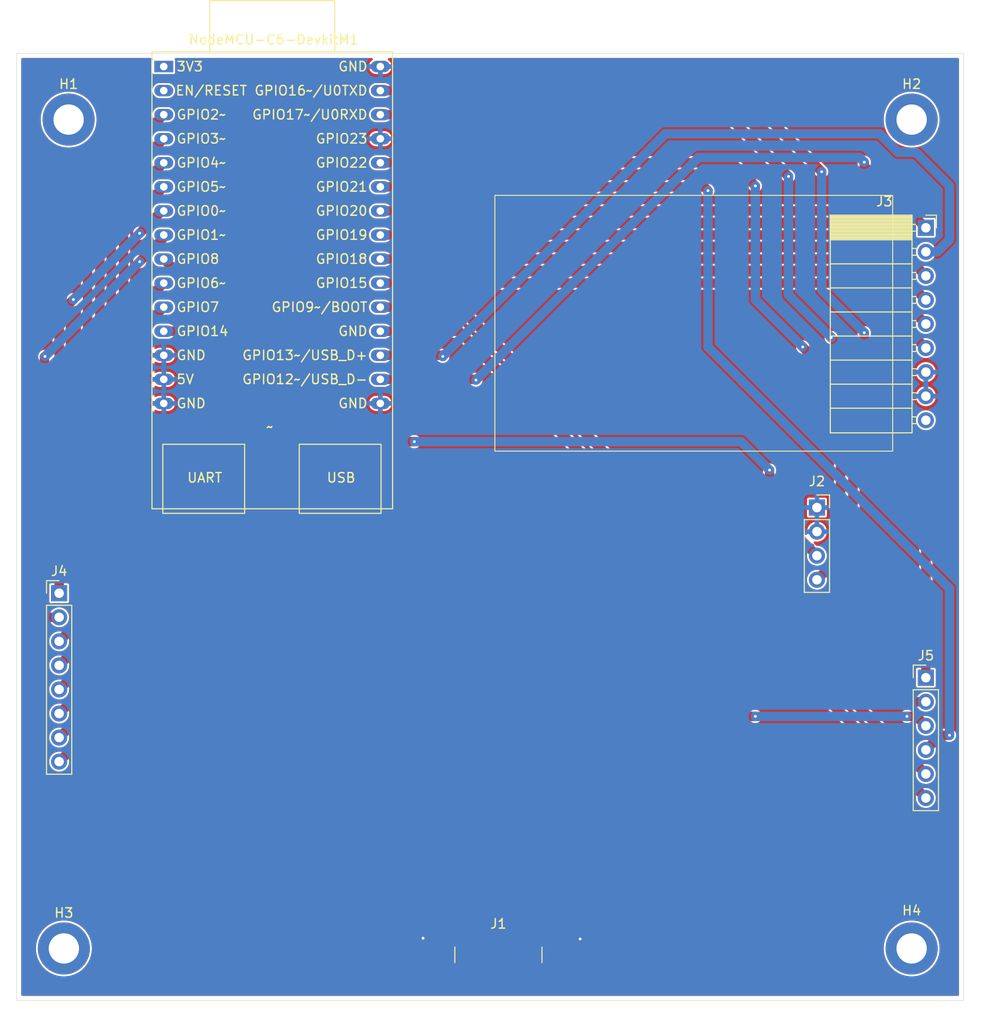
<source format=kicad_pcb>
(kicad_pcb (version 20241229) (generator "pcbnew") (generator_version "9.0")
  (layers (0 "F.Cu" signal) (2 "B.Cu" signal) (13 "F.Paste" user) (15 "B.Paste" user) (5 "F.SilkS" user "F.Silkscreen") (7 "B.SilkS" user "B.Silkscreen") (1 "F.Mask" user) (3 "B.Mask" user) (25 "Edge.Cuts" user))
  (net 0 "")
  (net 1 "GND")
  (net 2 "+5V")
  (net 6 "+3.3V")
  (net 7 "/GPIO7")
  (net 8 "/GPIO2")
  (net 9 "/GPIO1")
  (net 10 "/GPIO3")
  (net 11 "/GPIO5")
  (net 12 "/GPIO4")
  (net 13 "/GPIO6")
  (net 14 "/GPIO0")
  (net 15 "/GPIO12")
  (net 16 "/GPIO15")
  (net 17 "/CLK")
  (net 18 "/DC")
  (net 19 "/RST")
  (net 20 "/BUSY")
  (net 21 "/DIN")
  (net 22 "/CS")
  (net 23 "/GPIO22")
  (net 24 "/SCL")
  (net 25 "/SDA")
  (net 26 "/GPIO14")
  (net 27 "/GPIO13")
  (net 28 "/GPIO23")
  (footprint "MountingHole:MountingHole_3.2mm_M3_ISO14580_Pad_TopBottom" (layer "F.Cu") (at 172 135.5)
    (property "Reference" "H4" (at 0 -4 0) (layer "F.SilkS"))
    (property "Value" "MountingHole")
    (pad "1" thru_hole circle (at 0 0) (size 3.6 3.6) (drill 3.2) (layers "*.Cu" "*.Mask"))
    (pad "1" connect circle (at 0 0) (size 5.5 5.5) (layers "F.Cu" "F.Mask"))
    (pad "1" connect circle (at 0 0) (size 5.5 5.5) (layers "B.Cu" "B.Mask"))
  )
  (footprint "Connector_PinSocket_2.54mm:PinSocket_1x04_P2.54mm_Vertical" (layer "F.Cu") (at 162 88.96)
    (property "Reference" "J2" (at 0 -2.77 0) (layer "F.SilkS"))
    (property "Value" "BME280")
    (fp_line (start -1.33 1.27) (end -1.33 8.95) (stroke (width 0.12)) (layer "F.SilkS"))
    (fp_line (start -1.33 1.27) (end 1.33 1.27) (stroke (width 0.12)) (layer "F.SilkS"))
    (fp_line (start -1.33 8.95) (end 1.33 8.95) (stroke (width 0.12)) (layer "F.SilkS"))
    (fp_line (start 0 -1.33) (end 1.33 -1.33) (stroke (width 0.12)) (layer "F.SilkS"))
    (fp_line (start 1.33 -1.33) (end 1.33 0) (stroke (width 0.12)) (layer "F.SilkS"))
    (fp_line (start 1.33 1.27) (end 1.33 8.95) (stroke (width 0.12)) (layer "F.SilkS"))
    (pad "1" thru_hole rect (at 0 0) (size 1.7 1.7) (drill 1) (layers "*.Cu" "*.Mask") (net 1 "GND"))
    (pad "2" thru_hole oval (at 0 2.54) (size 1.7 1.7) (drill 1) (layers "*.Cu" "*.Mask") (net 1 "GND"))
    (pad "3" thru_hole oval (at 0 5.08) (size 1.7 1.7) (drill 1) (layers "*.Cu" "*.Mask") (net 24 "/SCL"))
    (pad "4" thru_hole oval (at 0 7.62) (size 1.7 1.7) (drill 1) (layers "*.Cu" "*.Mask") (net 25 "/SDA"))
  )
  (footprint "MountingHole:MountingHole_3.2mm_M3_ISO14580_Pad_TopBottom" (layer "F.Cu") (at 83 48)
    (property "Reference" "H1" (at 0 -3.75 0) (layer "F.SilkS"))
    (property "Value" "MountingHole")
    (pad "1" thru_hole circle (at 0 0) (size 3.6 3.6) (drill 3.2) (layers "*.Cu" "*.Mask"))
    (pad "1" connect circle (at 0 0) (size 5.5 5.5) (layers "F.Cu" "F.Mask"))
    (pad "1" connect circle (at 0 0) (size 5.5 5.5) (layers "B.Cu" "B.Mask"))
  )
  (footprint "MountingHole:MountingHole_3.2mm_M3_ISO14580_Pad_TopBottom" (layer "F.Cu") (at 82.5 135.5)
    (property "Reference" "H3" (at 0 -3.75 0) (layer "F.SilkS"))
    (property "Value" "MountingHole")
    (pad "1" thru_hole circle (at 0 0) (size 3.6 3.6) (drill 3.2) (layers "*.Cu" "*.Mask"))
    (pad "1" connect circle (at 0 0) (size 5.5 5.5) (layers "F.Cu" "F.Mask"))
    (pad "1" connect circle (at 0 0) (size 5.5 5.5) (layers "B.Cu" "B.Mask"))
  )
  (footprint "Connector_PinSocket_2.54mm:PinSocket_1x09_P2.54mm_Horizontal" (layer "F.Cu") (at 173.5 59.42)
    (property "Reference" "J3" (at -4.38 -2.77 0) (layer "F.SilkS"))
    (property "Value" "eInk display")
    (fp_line (start -10.09 -1.33) (end -10.09 21.65) (stroke (width 0.12)) (layer "F.SilkS"))
    (fp_line (start -10.09 -1.33) (end -1.46 -1.33) (stroke (width 0.12)) (layer "F.SilkS"))
    (fp_line (start -10.09 -1.21) (end -1.46 -1.21) (stroke (width 0.12)) (layer "F.SilkS"))
    (fp_line (start -10.09 -1.091905) (end -1.46 -1.091905) (stroke (width 0.12)) (layer "F.SilkS"))
    (fp_line (start -10.09 -0.97381) (end -1.46 -0.97381) (stroke (width 0.12)) (layer "F.SilkS"))
    (fp_line (start -10.09 -0.855715) (end -1.46 -0.855715) (stroke (width 0.12)) (layer "F.SilkS"))
    (fp_line (start -10.09 -0.73762) (end -1.46 -0.73762) (stroke (width 0.12)) (layer "F.SilkS"))
    (fp_line (start -10.09 -0.619525) (end -1.46 -0.619525) (stroke (width 0.12)) (layer "F.SilkS"))
    (fp_line (start -10.09 -0.50143) (end -1.46 -0.50143) (stroke (width 0.12)) (layer "F.SilkS"))
    (fp_line (start -10.09 -0.383335) (end -1.46 -0.383335) (stroke (width 0.12)) (layer "F.SilkS"))
    (fp_line (start -10.09 -0.26524) (end -1.46 -0.26524) (stroke (width 0.12)) (layer "F.SilkS"))
    (fp_line (start -10.09 -0.147145) (end -1.46 -0.147145) (stroke (width 0.12)) (layer "F.SilkS"))
    (fp_line (start -10.09 -0.02905) (end -1.46 -0.02905) (stroke (width 0.12)) (layer "F.SilkS"))
    (fp_line (start -10.09 0.089045) (end -1.46 0.089045) (stroke (width 0.12)) (layer "F.SilkS"))
    (fp_line (start -10.09 0.20714) (end -1.46 0.20714) (stroke (width 0.12)) (layer "F.SilkS"))
    (fp_line (start -10.09 0.325235) (end -1.46 0.325235) (stroke (width 0.12)) (layer "F.SilkS"))
    (fp_line (start -10.09 0.44333) (end -1.46 0.44333) (stroke (width 0.12)) (layer "F.SilkS"))
    (fp_line (start -10.09 0.561425) (end -1.46 0.561425) (stroke (width 0.12)) (layer "F.SilkS"))
    (fp_line (start -10.09 0.67952) (end -1.46 0.67952) (stroke (width 0.12)) (layer "F.SilkS"))
    (fp_line (start -10.09 0.797615) (end -1.46 0.797615) (stroke (width 0.12)) (layer "F.SilkS"))
    (fp_line (start -10.09 0.91571) (end -1.46 0.91571) (stroke (width 0.12)) (layer "F.SilkS"))
    (fp_line (start -10.09 1.033805) (end -1.46 1.033805) (stroke (width 0.12)) (layer "F.SilkS"))
    (fp_line (start -10.09 1.1519) (end -1.46 1.1519) (stroke (width 0.12)) (layer "F.SilkS"))
    (fp_line (start -10.09 1.27) (end -1.46 1.27) (stroke (width 0.12)) (layer "F.SilkS"))
    (fp_line (start -10.09 3.81) (end -1.46 3.81) (stroke (width 0.12)) (layer "F.SilkS"))
    (fp_line (start -10.09 6.35) (end -1.46 6.35) (stroke (width 0.12)) (layer "F.SilkS"))
    (fp_line (start -10.09 8.89) (end -1.46 8.89) (stroke (width 0.12)) (layer "F.SilkS"))
    (fp_line (start -10.09 11.43) (end -1.46 11.43) (stroke (width 0.12)) (layer "F.SilkS"))
    (fp_line (start -10.09 13.97) (end -1.46 13.97) (stroke (width 0.12)) (layer "F.SilkS"))
    (fp_line (start -10.09 16.51) (end -1.46 16.51) (stroke (width 0.12)) (layer "F.SilkS"))
    (fp_line (start -10.09 19.05) (end -1.46 19.05) (stroke (width 0.12)) (layer "F.SilkS"))
    (fp_line (start -10.09 21.65) (end -1.46 21.65) (stroke (width 0.12)) (layer "F.SilkS"))
    (fp_line (start -1.46 -1.33) (end -1.46 21.65) (stroke (width 0.12)) (layer "F.SilkS"))
    (fp_line (start -1.46 -0.36) (end -1.11 -0.36) (stroke (width 0.12)) (layer "F.SilkS"))
    (fp_line (start -1.46 0.36) (end -1.11 0.36) (stroke (width 0.12)) (layer "F.SilkS"))
    (fp_line (start -1.46 2.18) (end -1.05 2.18) (stroke (width 0.12)) (layer "F.SilkS"))
    (fp_line (start -1.46 2.9) (end -1.05 2.9) (stroke (width 0.12)) (layer "F.SilkS"))
    (fp_line (start -1.46 4.72) (end -1.05 4.72) (stroke (width 0.12)) (layer "F.SilkS"))
    (fp_line (start -1.46 5.44) (end -1.05 5.44) (stroke (width 0.12)) (layer "F.SilkS"))
    (fp_line (start -1.46 7.26) (end -1.05 7.26) (stroke (width 0.12)) (layer "F.SilkS"))
    (fp_line (start -1.46 7.98) (end -1.05 7.98) (stroke (width 0.12)) (layer "F.SilkS"))
    (fp_line (start -1.46 9.8) (end -1.05 9.8) (stroke (width 0.12)) (layer "F.SilkS"))
    (fp_line (start -1.46 10.52) (end -1.05 10.52) (stroke (width 0.12)) (layer "F.SilkS"))
    (fp_line (start -1.46 12.34) (end -1.05 12.34) (stroke (width 0.12)) (layer "F.SilkS"))
    (fp_line (start -1.46 13.06) (end -1.05 13.06) (stroke (width 0.12)) (layer "F.SilkS"))
    (fp_line (start -1.46 14.88) (end -1.05 14.88) (stroke (width 0.12)) (layer "F.SilkS"))
    (fp_line (start -1.46 15.6) (end -1.05 15.6) (stroke (width 0.12)) (layer "F.SilkS"))
    (fp_line (start -1.46 17.42) (end -1.05 17.42) (stroke (width 0.12)) (layer "F.SilkS"))
    (fp_line (start -1.46 18.14) (end -1.05 18.14) (stroke (width 0.12)) (layer "F.SilkS"))
    (fp_line (start -1.46 19.96) (end -1.05 19.96) (stroke (width 0.12)) (layer "F.SilkS"))
    (fp_line (start -1.46 20.68) (end -1.05 20.68) (stroke (width 0.12)) (layer "F.SilkS"))
    (fp_line (start 0 -1.33) (end 1.11 -1.33) (stroke (width 0.12)) (layer "F.SilkS"))
    (fp_line (start 1.11 -1.33) (end 1.11 0) (stroke (width 0.12)) (layer "F.SilkS"))
    (pad "1" thru_hole rect (at 0 0) (size 1.7 1.7) (drill 1) (layers "*.Cu" "*.Mask") (net 20 "/BUSY"))
    (pad "2" thru_hole oval (at 0 2.54) (size 1.7 1.7) (drill 1) (layers "*.Cu" "*.Mask") (net 19 "/RST"))
    (pad "3" thru_hole oval (at 0 5.08) (size 1.7 1.7) (drill 1) (layers "*.Cu" "*.Mask") (net 18 "/DC"))
    (pad "4" thru_hole oval (at 0 7.62) (size 1.7 1.7) (drill 1) (layers "*.Cu" "*.Mask") (net 22 "/CS"))
    (pad "5" thru_hole oval (at 0 10.16) (size 1.7 1.7) (drill 1) (layers "*.Cu" "*.Mask") (net 17 "/CLK"))
    (pad "6" thru_hole oval (at 0 12.7) (size 1.7 1.7) (drill 1) (layers "*.Cu" "*.Mask") (net 21 "/DIN"))
    (pad "7" thru_hole oval (at 0 15.24) (size 1.7 1.7) (drill 1) (layers "*.Cu" "*.Mask") (net 1 "GND"))
    (pad "8" thru_hole oval (at 0 17.78) (size 1.7 1.7) (drill 1) (layers "*.Cu" "*.Mask") (net 1 "GND"))
    (pad "9" thru_hole oval (at 0 20.32) (size 1.7 1.7) (drill 1) (layers "*.Cu" "*.Mask"))
  )
  (footprint "Connector_PinHeader_2.54mm:PinHeader_1x08_P2.54mm_Vertical" (layer "F.Cu") (at 82 98)
    (property "Reference" "J4" (at 0 -2.33 0) (layer "F.SilkS"))
    (property "Value" "Conn_01x08_Pin")
    (fp_line (start -1.33 -1.33) (end 0 -1.33) (stroke (width 0.12)) (layer "F.SilkS"))
    (fp_line (start -1.33 0) (end -1.33 -1.33) (stroke (width 0.12)) (layer "F.SilkS"))
    (fp_line (start -1.33 1.27) (end -1.33 19.11) (stroke (width 0.12)) (layer "F.SilkS"))
    (fp_line (start -1.33 1.27) (end 1.33 1.27) (stroke (width 0.12)) (layer "F.SilkS"))
    (fp_line (start -1.33 19.11) (end 1.33 19.11) (stroke (width 0.12)) (layer "F.SilkS"))
    (fp_line (start 1.33 1.27) (end 1.33 19.11) (stroke (width 0.12)) (layer "F.SilkS"))
    (pad "1" thru_hole rect (at 0 0) (size 1.7 1.7) (drill 1) (layers "*.Cu" "*.Mask") (net 14 "/GPIO0"))
    (pad "2" thru_hole oval (at 0 2.54) (size 1.7 1.7) (drill 1) (layers "*.Cu" "*.Mask") (net 9 "/GPIO1"))
    (pad "3" thru_hole oval (at 0 5.08) (size 1.7 1.7) (drill 1) (layers "*.Cu" "*.Mask") (net 8 "/GPIO2"))
    (pad "4" thru_hole oval (at 0 7.62) (size 1.7 1.7) (drill 1) (layers "*.Cu" "*.Mask") (net 10 "/GPIO3"))
    (pad "5" thru_hole oval (at 0 10.16) (size 1.7 1.7) (drill 1) (layers "*.Cu" "*.Mask") (net 12 "/GPIO4"))
    (pad "6" thru_hole oval (at 0 12.7) (size 1.7 1.7) (drill 1) (layers "*.Cu" "*.Mask") (net 11 "/GPIO5"))
    (pad "7" thru_hole oval (at 0 15.24) (size 1.7 1.7) (drill 1) (layers "*.Cu" "*.Mask") (net 13 "/GPIO6"))
    (pad "8" thru_hole oval (at 0 17.78) (size 1.7 1.7) (drill 1) (layers "*.Cu" "*.Mask") (net 7 "/GPIO7"))
  )
  (footprint "ndoemcu:ESP32-C6-DevKitM-1" (layer "F.Cu") (at 93.046 42.40026)
    (property "Reference" "NodeMCU-C6-DevkitM1" (at 11.6078 -2.8448 0) (layer "F.SilkS"))
    (property "Value" "~" (at 11.2 38.033 180) (layer "F.SilkS"))
    (fp_line (start -1.246 -1.575) (end -1.246 46.685) (stroke (width 0.12)) (layer "F.SilkS"))
    (fp_line (start -1.246 46.685) (end 24.154 46.685) (stroke (width 0.12)) (layer "F.SilkS"))
    (fp_line (start 4.85172 -6.96532) (end 18.05172 -6.96532) (stroke (width 0.12)) (layer "F.SilkS"))
    (fp_line (start 4.85172 -1.59532) (end 4.85172 -6.96532) (stroke (width 0.12)) (layer "F.SilkS"))
    (fp_line (start 18.05172 -6.96532) (end 18.05172 -1.59532) (stroke (width 0.12)) (layer "F.SilkS"))
    (fp_line (start 24.154 -1.575) (end -1.246 -1.575) (stroke (width 0.12)) (layer "F.SilkS"))
    (fp_line (start 24.154 46.685) (end 24.154 -1.575) (stroke (width 0.12)) (layer "F.SilkS"))
    (fp_rect (start -0.0998 39.875) (end 8.5362 47.1648) (stroke (width 0.12)) (fill no) (layer "F.SilkS"))
    (fp_rect (start 14.3002 39.875) (end 22.9362 47.1648) (stroke (width 0.12)) (fill no) (layer "F.SilkS"))
    (fp_text user "3V3" (at 1.27 0 0) (layer "F.SilkS") (effects (justify left)))
    (fp_text user "GPIO7" (at 1.27 25.4 0) (layer "F.SilkS") (effects (justify left)))
    (fp_text user "GPIO18" (at 21.59 20.32 0) (layer "F.SilkS") (effects (justify right)))
    (fp_text user "GPIO0~" (at 1.27 15.24 0) (layer "F.SilkS") (effects (justify left)))
    (fp_text user "GPIO1~" (at 1.27 17.78 0) (layer "F.SilkS") (effects (justify left)))
    (fp_text user "GPIO15" (at 21.59 22.86 0) (layer "F.SilkS") (effects (justify right)))
    (fp_text user "GPIO13~/USB_D+" (at 21.59 30.48 0) (layer "F.SilkS") (effects (justify right)))
    (fp_text user "GPIO2~" (at 1.27 5.08 0) (layer "F.SilkS") (effects (justify left)))
    (fp_text user "GPIO3~" (at 1.27 7.62 0) (layer "F.SilkS") (effects (justify left)))
    (fp_text user "GPIO17~/U0RXD" (at 21.59 5.08 0) (layer "F.SilkS") (effects (justify right)))
    (fp_text user "GND" (at 1.27 30.48 0) (layer "F.SilkS") (effects (justify left)))
    (fp_text user "EN/RESET" (at 8.88632 2.54 0) (layer "F.SilkS") (effects (justify right)))
    (fp_text user "GPIO21" (at 21.59 12.7 0) (layer "F.SilkS") (effects (justify right)))
    (fp_text user "GPIO5~" (at 1.27 12.7 0) (layer "F.SilkS") (effects (justify left)))
    (fp_text user "GPIO16~/U0TXD" (at 21.59 2.54 0) (layer "F.SilkS") (effects (justify right)))
    (fp_text user "GPIO4~" (at 1.27 10.16 0) (layer "F.SilkS") (effects (justify left)))
    (fp_text user "GND" (at 1.27 35.56 0) (layer "F.SilkS") (effects (justify left)))
    (fp_text user "GND" (at 21.59 27.94 0) (layer "F.SilkS") (effects (justify right)))
    (fp_text user "GPIO23" (at 21.59 7.62 0) (layer "F.SilkS") (effects (justify right)))
    (fp_text user "GND" (at 21.59 0 0) (layer "F.SilkS") (effects (justify right)))
    (fp_text user "GPIO8" (at 1.27 20.32 0) (layer "F.SilkS") (effects (justify left)))
    (fp_text user "UART" (at 4.3198 43.9898 0) (layer "F.SilkS") (effects (justify bottom)))
    (fp_text user "GND" (at 21.59 35.56 0) (layer "F.SilkS") (effects (justify right)))
    (fp_text user "GPIO9~/BOOT" (at 21.59 25.4 0) (layer "F.SilkS") (effects (justify right)))
    (fp_text user "GPIO19" (at 21.59 17.78 0) (layer "F.SilkS") (effects (justify right)))
    (fp_text user "5V" (at 1.27 33.02 0) (layer "F.SilkS") (effects (justify left)))
    (fp_text user "GPIO12~/USB_D-" (at 21.59 33.02 0) (layer "F.SilkS") (effects (justify right)))
    (fp_text user "GPIO20" (at 21.59 15.24 0) (layer "F.SilkS") (effects (justify right)))
    (fp_text user "GPIO6~" (at 1.27 22.86 0) (layer "F.SilkS") (effects (justify left)))
    (fp_text user "USB" (at 18.7198 43.9898 0) (layer "F.SilkS") (effects (justify bottom)))
    (fp_text user "GPIO14" (at 1.27 27.94 0) (layer "F.SilkS") (effects (justify left)))
    (fp_text user "GPIO22" (at 21.59 10.16 0) (layer "F.SilkS") (effects (justify right)))
    (pad "1" thru_hole rect (at 0 0 270) (size 1.2 2) (drill 0.8) (layers "*.Cu" "*.Mask") (net 6 "+3.3V"))
    (pad "2" thru_hole oval (at 0 2.54 270) (size 1.2 2) (drill 0.8) (layers "*.Cu" "*.Mask"))
    (pad "3" thru_hole oval (at 0 5.08 270) (size 1.2 2) (drill 0.8) (layers "*.Cu" "*.Mask") (net 8 "/GPIO2"))
    (pad "4" thru_hole oval (at 0 7.62 270) (size 1.2 2) (drill 0.8) (layers "*.Cu" "*.Mask") (net 10 "/GPIO3"))
    (pad "5" thru_hole oval (at 0 10.16 270) (size 1.2 2) (drill 0.8) (layers "*.Cu" "*.Mask") (net 12 "/GPIO4"))
    (pad "6" thru_hole oval (at 0 12.7 270) (size 1.2 2) (drill 0.8) (layers "*.Cu" "*.Mask") (net 11 "/GPIO5"))
    (pad "7" thru_hole oval (at 0 15.24 270) (size 1.2 2) (drill 0.8) (layers "*.Cu" "*.Mask") (net 14 "/GPIO0"))
    (pad "8" thru_hole oval (at 0 17.78 270) (size 1.2 2) (drill 0.8) (layers "*.Cu" "*.Mask") (net 9 "/GPIO1"))
    (pad "9" thru_hole oval (at 0 20.32 270) (size 1.2 2) (drill 0.8) (layers "*.Cu" "*.Mask") (net 24 "/SCL"))
    (pad "10" thru_hole oval (at 0 22.86 270) (size 1.2 2) (drill 0.8) (layers "*.Cu" "*.Mask") (net 13 "/GPIO6"))
    (pad "11" thru_hole oval (at 0 25.4 270) (size 1.2 2) (drill 0.8) (layers "*.Cu" "*.Mask") (net 7 "/GPIO7"))
    (pad "12" thru_hole oval (at 0 27.94 270) (size 1.2 2) (drill 0.8) (layers "*.Cu" "*.Mask") (net 26 "/GPIO14"))
    (pad "13" thru_hole oval (at 0 30.48 270) (size 1.2 2) (drill 0.8) (layers "*.Cu" "*.Mask") (net 1 "GND"))
    (pad "14" thru_hole oval (at 0 33.02 270) (size 1.2 2) (drill 0.8) (layers "*.Cu" "*.Mask") (net 1 "GND"))
    (pad "15" thru_hole oval (at 0 35.56 270) (size 1.2 2) (drill 0.8) (layers "*.Cu" "*.Mask") (net 1 "GND"))
    (pad "16" thru_hole oval (at 22.86 35.56 270) (size 1.2 2) (drill 0.8) (layers "*.Cu" "*.Mask") (net 1 "GND"))
    (pad "17" thru_hole oval (at 22.86 33.02 270) (size 1.2 2) (drill 0.8) (layers "*.Cu" "*.Mask") (net 20 "/BUSY"))
    (pad "18" thru_hole oval (at 22.86 30.48 270) (size 1.2 2) (drill 0.8) (layers "*.Cu" "*.Mask") (net 19 "/RST"))
    (pad "19" thru_hole oval (at 22.86 27.94 270) (size 1.2 2) (drill 0.8) (layers "*.Cu" "*.Mask") (net 28 "/GPIO23"))
    (pad "20" thru_hole oval (at 22.86 25.4 270) (size 1.2 2) (drill 0.8) (layers "*.Cu" "*.Mask") (net 23 "/GPIO22"))
    (pad "21" thru_hole oval (at 22.86 22.86 270) (size 1.2 2) (drill 0.8) (layers "*.Cu" "*.Mask") (net 21 "/DIN"))
    (pad "22" thru_hole oval (at 22.86 20.32 270) (size 1.2 2) (drill 0.8) (layers "*.Cu" "*.Mask") (net 17 "/CLK"))
    (pad "23" thru_hole oval (at 22.86 17.78 270) (size 1.2 2) (drill 0.8) (layers "*.Cu" "*.Mask") (net 22 "/CS"))
    (pad "24" thru_hole oval (at 22.86 15.24 270) (size 1.2 2) (drill 0.8) (layers "*.Cu" "*.Mask") (net 18 "/DC"))
    (pad "25" thru_hole oval (at 22.86 12.7 270) (size 1.2 2) (drill 0.8) (layers "*.Cu" "*.Mask") (net 16 "/GPIO15"))
    (pad "26" thru_hole oval (at 22.86 10.16 270) (size 1.2 2) (drill 0.8) (layers "*.Cu" "*.Mask") (net 25 "/SDA"))
    (pad "27" thru_hole oval (at 22.86 7.62 270) (size 1.2 2) (drill 0.8) (layers "*.Cu" "*.Mask") (net 1 "GND"))
    (pad "28" thru_hole oval (at 22.86 5.08 270) (size 1.2 2) (drill 0.8) (layers "*.Cu" "*.Mask") (net 27 "/GPIO13"))
    (pad "29" thru_hole oval (at 22.86 2.54 270) (size 1.2 2) (drill 0.8) (layers "*.Cu" "*.Mask") (net 15 "/GPIO12"))
    (pad "30" thru_hole oval (at 22.86 0 270) (size 1.2 2) (drill 0.8) (layers "*.Cu" "*.Mask") (net 1 "GND"))
  )
  (footprint "Connector_USB:USB_C_Receptacle_GCT_USB4135-GF-A_6P_TopMnt_Horizontal" (layer "F.Cu") (at 128.375 137.3975)
    (property "Reference" "J1" (at 0 -4.5 0) (layer "F.SilkS"))
    (property "Value" "USB_C_Receptacle_PowerOnly_6P")
    (fp_line (start -4.6 -2.04) (end -4.6 -0.41) (stroke (width 0.12)) (layer "F.SilkS"))
    (fp_line (start 4.6 -2.04) (end 4.6 -0.41) (stroke (width 0.12)) (layer "F.SilkS"))
    (pad "A5" smd roundrect (at -0.5 -3.0325) (size 0.7 1.2) (layers "F.Cu" "F.Mask" "F.Paste"))
    (pad "A9" smd roundrect (at 1.52 -3.0325 180) (size 0.76 1.2) (layers "F.Cu" "F.Mask" "F.Paste") (net 1 "GND"))
    (pad "A12" smd roundrect (at 2.75 -3.0325 180) (size 0.8 1.2) (layers "F.Cu" "F.Mask" "F.Paste") (net 1 "GND"))
    (pad "B5" smd roundrect (at 0.5 -3.0325 180) (size 0.7 1.2) (layers "F.Cu" "F.Mask" "F.Paste"))
    (pad "B9" smd roundrect (at -1.52 -3.0325) (size 0.76 1.2) (layers "F.Cu" "F.Mask" "F.Paste") (net 1 "GND"))
    (pad "B12" smd roundrect (at -2.75 -3.0325) (size 0.8 1.2) (layers "F.Cu" "F.Mask" "F.Paste") (net 1 "GND"))
    (pad "S1" smd roundrect (at -5.125 -2.9775) (size 1.8 1.35) (layers "F.Cu" "F.Mask" "F.Paste") (roundrect_rratio 0.1851851852) (net 1 "GND"))
    (pad "S1" smd roundrect (at -5.125 0.6025) (size 1.8 1.5) (layers "F.Cu" "F.Mask" "F.Paste") (roundrect_rratio 0.1666666667) (net 1 "GND"))
    (pad "S1" smd roundrect (at 5.125 -2.9775) (size 1.8 1.35) (layers "F.Cu" "F.Mask" "F.Paste") (roundrect_rratio 0.1851851852) (net 1 "GND"))
    (pad "S1" smd roundrect (at 5.125 0.6025) (size 1.8 1.5) (layers "F.Cu" "F.Mask" "F.Paste") (roundrect_rratio 0.1666666667) (net 1 "GND"))
  )
  (footprint "MountingHole:MountingHole_3.2mm_M3_ISO14580_Pad_TopBottom" (layer "F.Cu") (at 172 48)
    (property "Reference" "H2" (at 0 -3.75 0) (layer "F.SilkS"))
    (property "Value" "MountingHole")
    (pad "1" thru_hole circle (at 0 0) (size 3.6 3.6) (drill 3.2) (layers "*.Cu" "*.Mask"))
    (pad "1" connect circle (at 0 0) (size 5.5 5.5) (layers "F.Cu" "F.Mask"))
    (pad "1" connect circle (at 0 0) (size 5.5 5.5) (layers "B.Cu" "B.Mask"))
  )
  (footprint "Connector_PinHeader_2.54mm:PinHeader_1x06_P2.54mm_Vertical" (layer "F.Cu") (at 173.5 106.92)
    (property "Reference" "J5" (at 0 -2.33 0) (layer "F.SilkS"))
    (property "Value" "Conn_01x06_Pin")
    (fp_line (start -1.33 -1.33) (end 0 -1.33) (stroke (width 0.12)) (layer "F.SilkS"))
    (fp_line (start -1.33 0) (end -1.33 -1.33) (stroke (width 0.12)) (layer "F.SilkS"))
    (fp_line (start -1.33 1.27) (end -1.33 14.03) (stroke (width 0.12)) (layer "F.SilkS"))
    (fp_line (start -1.33 1.27) (end 1.33 1.27) (stroke (width 0.12)) (layer "F.SilkS"))
    (fp_line (start -1.33 14.03) (end 1.33 14.03) (stroke (width 0.12)) (layer "F.SilkS"))
    (fp_line (start 1.33 1.27) (end 1.33 14.03) (stroke (width 0.12)) (layer "F.SilkS"))
    (pad "1" thru_hole rect (at 0 0) (size 1.7 1.7) (drill 1) (layers "*.Cu" "*.Mask") (net 15 "/GPIO12"))
    (pad "2" thru_hole oval (at 0 2.54) (size 1.7 1.7) (drill 1) (layers "*.Cu" "*.Mask") (net 27 "/GPIO13"))
    (pad "3" thru_hole oval (at 0 5.08) (size 1.7 1.7) (drill 1) (layers "*.Cu" "*.Mask") (net 26 "/GPIO14"))
    (pad "4" thru_hole oval (at 0 7.62) (size 1.7 1.7) (drill 1) (layers "*.Cu" "*.Mask") (net 16 "/GPIO15"))
    (pad "5" thru_hole oval (at 0 10.16) (size 1.7 1.7) (drill 1) (layers "*.Cu" "*.Mask") (net 23 "/GPIO22"))
    (pad "6" thru_hole oval (at 0 12.7) (size 1.7 1.7) (drill 1) (layers "*.Cu" "*.Mask") (net 28 "/GPIO23"))
  )
  (gr_rect (start 128 56) (end 170 83) (stroke (width 0.1)) (fill no) (layer "F.SilkS"))
  (gr_rect (start 77.5 41) (end 177.5 141) (stroke (width 0.05)) (fill no) (layer "Edge.Cuts"))
  (segment (start 123.25 138) (end 123.25 134.42) (width 1) (layer "F.Cu") (net 1))
  (segment (start 125.625 134.365) (end 126.824 134.365) (width 1) (layer "F.Cu") (net 1))
  (segment (start 136.92 134.42) (end 137 134.5) (width 1) (layer "F.Cu") (net 1))
  (segment (start 133.5 134.42) (end 136.92 134.42) (width 1) (layer "F.Cu") (net 1))
  (segment (start 123.25 134.42) (end 120.42 134.42) (width 1) (layer "F.Cu") (net 1))
  (segment (start 131.125 134.365) (end 129.926 134.365) (width 1) (layer "F.Cu") (net 1))
  (segment (start 125.625 134.365) (end 123.305 134.365) (width 1) (layer "F.Cu") (net 1))
  (segment (start 133.445 134.365) (end 133.5 134.42) (width 1) (layer "F.Cu") (net 1))
  (segment (start 123.305 134.365) (end 123.25 134.42) (width 1) (layer "F.Cu") (net 1))
  (segment (start 131.125 134.365) (end 133.445 134.365) (width 1) (layer "F.Cu") (net 1))
  (segment (start 133.5 138) (end 133.5 134.42) (width 1) (layer "F.Cu") (net 1))
  (via (at 120.42 134.42) (size 0.6) (drill 0.3) (layers "F.Cu" "B.Cu") (net 1))
  (via (at 137 134.5) (size 0.6) (drill 0.3) (layers "F.Cu" "B.Cu") (net 1))
  (segment (start 91.345 106.435) (end 82 115.78) (width 1) (layer "F.Cu") (net 7))
  (segment (start 91.345 69.50126) (end 91.345 106.435) (width 1) (layer "F.Cu") (net 7))
  (segment (start 93.046 67.80026) (end 91.345 69.50126) (width 1) (layer "F.Cu") (net 7))
  (segment (start 93.046 47.48026) (end 85 55.52626) (width 1) (layer "F.Cu") (net 8))
  (segment (start 85 100.08) (end 82 103.08) (width 1) (layer "F.Cu") (net 8))
  (segment (start 85 55.52626) (end 85 100.08) (width 1) (layer "F.Cu") (net 8))
  (segment (start 80.449 73.051) (end 80.449 100.191081) (width 1) (layer "F.Cu") (net 9))
  (segment (start 93.046 60.454) (end 90.5 63) (width 1) (layer "F.Cu") (net 9))
  (segment (start 80.449 100.191081) (end 80.797919 100.54) (width 1) (layer "F.Cu") (net 9))
  (segment (start 80.797919 100.54) (end 82 100.54) (width 1) (layer "F.Cu") (net 9))
  (segment (start 93.046 60.18026) (end 93.046 60.454) (width 1) (layer "F.Cu") (net 9))
  (segment (start 80.5 73) (end 80.449 73.051) (width 1) (layer "F.Cu") (net 9))
  (via (at 80.5 73) (size 0.6) (drill 0.3) (layers "F.Cu" "B.Cu") (net 9))
  (via (at 90.5 63) (size 0.6) (drill 0.3) (layers "F.Cu" "B.Cu") (net 9))
  (segment (start 90.5 63) (end 80.5 73) (width 1) (layer "B.Cu") (net 9))
  (segment (start 86.299 101.321) (end 82 105.62) (width 1) (layer "F.Cu") (net 10))
  (segment (start 86.299 56.76726) (end 86.299 101.321) (width 1) (layer "F.Cu") (net 10))
  (segment (start 93.046 50.02026) (end 86.299 56.76726) (width 1) (layer "F.Cu") (net 10))
  (segment (start 93.046 55.10026) (end 88.799 59.34726) (width 1) (layer "F.Cu") (net 11))
  (segment (start 88.799 59.34726) (end 88.799 103.901) (width 1) (layer "F.Cu") (net 11))
  (segment (start 88.799 103.901) (end 82 110.7) (width 1) (layer "F.Cu") (net 11))
  (segment (start 87.5 102.66) (end 82 108.16) (width 1) (layer "F.Cu") (net 12))
  (segment (start 93.046 52.56026) (end 87.5 58.10626) (width 1) (layer "F.Cu") (net 12))
  (segment (start 87.5 58.10626) (end 87.5 102.66) (width 1) (layer "F.Cu") (net 12))
  (segment (start 93.046 65.26026) (end 90 68.30626) (width 1) (layer "F.Cu") (net 13))
  (segment (start 90 105.24) (end 82 113.24) (width 1) (layer "F.Cu") (net 13))
  (segment (start 90 68.30626) (end 90 105.24) (width 1) (layer "F.Cu") (net 13))
  (segment (start 82 68.5) (end 82 98) (width 1) (layer "F.Cu") (net 14))
  (segment (start 93.046 57.64026) (end 92.85974 57.64026) (width 1) (layer "F.Cu") (net 14))
  (segment (start 92.85974 57.64026) (end 90.5 60) (width 1) (layer "F.Cu") (net 14))
  (segment (start 83.5 67) (end 82 68.5) (width 1) (layer "F.Cu") (net 14))
  (via (at 90.5 60) (size 0.6) (drill 0.3) (layers "F.Cu" "B.Cu") (net 14))
  (via (at 83.5 67) (size 0.6) (drill 0.3) (layers "F.Cu" "B.Cu") (net 14))
  (segment (start 90.5 60) (end 83.5 67) (width 1) (layer "B.Cu") (net 14))
  (segment (start 153.94026 44.94026) (end 162.5 53.5) (width 1) (layer "F.Cu") (net 15))
  (segment (start 167 80.5) (end 173.5 87) (width 1) (layer "F.Cu") (net 15))
  (segment (start 167 70.5) (end 167 80.5) (width 1) (layer "F.Cu") (net 15))
  (segment (start 173.5 87) (end 173.5 106.92) (width 1) (layer "F.Cu") (net 15))
  (segment (start 115.906 44.94026) (end 153.94026 44.94026) (width 1) (layer "F.Cu") (net 15))
  (via (at 167 70.5) (size 0.6) (drill 0.3) (layers "F.Cu" "B.Cu") (net 15))
  (via (at 162.5 53.5) (size 0.6) (drill 0.3) (layers "F.Cu" "B.Cu") (net 15))
  (segment (start 162.5 66) (end 167 70.5) (width 1) (layer "B.Cu") (net 15))
  (segment (start 162.5 53.5) (end 162.5 66) (width 1) (layer "B.Cu") (net 15))
  (segment (start 175.04 113) (end 173.5 114.54) (width 1) (layer "F.Cu") (net 16))
  (segment (start 150.10026 55.10026) (end 150.5 55.5) (width 1) (layer "F.Cu") (net 16))
  (segment (start 115.906 55.10026) (end 150.10026 55.10026) (width 1) (layer "F.Cu") (net 16))
  (segment (start 176 113) (end 175.04 113) (width 1) (layer "F.Cu") (net 16))
  (via (at 150.5 55.5) (size 0.6) (drill 0.3) (layers "F.Cu" "B.Cu") (net 16))
  (via (at 176 113) (size 0.6) (drill 0.3) (layers "F.Cu" "B.Cu") (net 16))
  (segment (start 150.5 72) (end 176 97.5) (width 1) (layer "B.Cu") (net 16))
  (segment (start 150.5 55.5) (end 150.5 72) (width 1) (layer "B.Cu") (net 16))
  (segment (start 176 97.5) (end 176 113) (width 1) (layer "B.Cu") (net 16))
  (segment (start 115.906 62.72026) (end 166.64026 62.72026) (width 1) (layer "F.Cu") (net 17))
  (segment (start 166.64026 62.72026) (end 173.5 69.58) (width 1) (layer "F.Cu") (net 17))
  (segment (start 115.906 57.64026) (end 166.64026 57.64026) (width 1) (layer "F.Cu") (net 18))
  (segment (start 166.64026 57.64026) (end 173.5 64.5) (width 1) (layer "F.Cu") (net 18))
  (segment (start 122.38026 72.88026) (end 122.5 73) (width 1) (layer "F.Cu") (net 19))
  (segment (start 115.906 72.88026) (end 122.38026 72.88026) (width 1) (layer "F.Cu") (net 19))
  (via (at 122.5 73) (size 0.6) (drill 0.3) (layers "F.Cu" "B.Cu") (net 19))
  (segment (start 168.619548 49.5) (end 146 49.5) (width 1) (layer "B.Cu") (net 19))
  (segment (start 146 49.5) (end 122.5 73) (width 1) (layer "B.Cu") (net 19))
  (segment (start 173.5 61.96) (end 174.702081 61.96) (width 1) (layer "B.Cu") (net 19))
  (segment (start 170.570548 51.451) (end 168.619548 49.5) (width 1) (layer "B.Cu") (net 19))
  (segment (start 172.451 51.451) (end 170.570548 51.451) (width 1) (layer "B.Cu") (net 19))
  (segment (start 176 60.662081) (end 176 55) (width 1) (layer "B.Cu") (net 19))
  (segment (start 174.702081 61.96) (end 176 60.662081) (width 1) (layer "B.Cu") (net 19))
  (segment (start 176 55) (end 172.451 51.451) (width 1) (layer "B.Cu") (net 19))
  (segment (start 167 52.5) (end 167 52.92) (width 1) (layer "F.Cu") (net 20))
  (segment (start 115.906 75.42026) (end 125.92026 75.42026) (width 1) (layer "F.Cu") (net 20))
  (segment (start 125.92026 75.42026) (end 126 75.5) (width 1) (layer "F.Cu") (net 20))
  (segment (start 167 52.92) (end 173.5 59.42) (width 1) (layer "F.Cu") (net 20))
  (via (at 167 52.5) (size 0.6) (drill 0.3) (layers "F.Cu" "B.Cu") (net 20))
  (via (at 126 75.5) (size 0.6) (drill 0.3) (layers "F.Cu" "B.Cu") (net 20))
  (segment (start 149.5 52) (end 166.5 52) (width 1) (layer "B.Cu") (net 20))
  (segment (start 166.5 52) (end 167 52.5) (width 1) (layer "B.Cu") (net 20))
  (segment (start 126 75.5) (end 149.5 52) (width 1) (layer "B.Cu") (net 20))
  (segment (start 115.906 65.26026) (end 166.64026 65.26026) (width 1) (layer "F.Cu") (net 21))
  (segment (start 166.64026 65.26026) (end 173.5 72.12) (width 1) (layer "F.Cu") (net 21))
  (segment (start 166.64026 60.18026) (end 173.5 67.04) (width 1) (layer "F.Cu") (net 22))
  (segment (start 115.906 60.18026) (end 166.64026 60.18026) (width 1) (layer "F.Cu") (net 22))
  (segment (start 115.906 67.80026) (end 124.22026 67.80026) (width 1) (layer "F.Cu") (net 23))
  (segment (start 124.22026 67.80026) (end 173.5 117.08) (width 1) (layer "F.Cu") (net 23))
  (segment (start 112.32574 82) (end 119.5 82) (width 1) (layer "F.Cu") (net 24))
  (segment (start 157 85) (end 157 89.04) (width 1) (layer "F.Cu") (net 24))
  (segment (start 93.046 62.72026) (end 112.32574 82) (width 1) (layer "F.Cu") (net 24))
  (segment (start 157 89.04) (end 162 94.04) (width 1) (layer "F.Cu") (net 24))
  (via (at 157 85) (size 0.6) (drill 0.3) (layers "F.Cu" "B.Cu") (net 24))
  (via (at 119.5 82) (size 0.6) (drill 0.3) (layers "F.Cu" "B.Cu") (net 24))
  (segment (start 154 82) (end 157 85) (width 1) (layer "B.Cu") (net 24))
  (segment (start 119.5 82) (end 154 82) (width 1) (layer "B.Cu") (net 24))
  (segment (start 160.5 72) (end 164.5 76) (width 1) (layer "F.Cu") (net 25))
  (segment (start 164.5 95.5) (end 163.08 95.5) (width 1) (layer "F.Cu") (net 25))
  (segment (start 163.08 95.5) (end 162 96.58) (width 1) (layer "F.Cu") (net 25))
  (segment (start 164.5 76) (end 164.5 95.5) (width 1) (layer "F.Cu") (net 25))
  (segment (start 115.906 52.56026) (end 153.06026 52.56026) (width 1) (layer "F.Cu") (net 25))
  (segment (start 153.06026 52.56026) (end 155.5 55) (width 1) (layer "F.Cu") (net 25))
  (via (at 155.5 55) (size 0.6) (drill 0.3) (layers "F.Cu" "B.Cu") (net 25))
  (via (at 160.5 72) (size 0.6) (drill 0.3) (layers "F.Cu" "B.Cu") (net 25))
  (segment (start 155.5 55) (end 155.5 67) (width 1) (layer "B.Cu") (net 25))
  (segment (start 155.5 67) (end 160.5 72) (width 1) (layer "B.Cu") (net 25))
  (segment (start 138.5 111) (end 155.5 111) (width 1) (layer "F.Cu") (net 26))
  (segment (start 97.84026 70.34026) (end 138.5 111) (width 1) (layer "F.Cu") (net 26))
  (segment (start 171.5 111) (end 172.5 111) (width 1) (layer "F.Cu") (net 26))
  (segment (start 93.046 70.34026) (end 97.84026 70.34026) (width 1) (layer "F.Cu") (net 26))
  (segment (start 172.5 111) (end 173.5 112) (width 1) (layer "F.Cu") (net 26))
  (via (at 171.5 111) (size 0.6) (drill 0.3) (layers "F.Cu" "B.Cu") (net 26))
  (via (at 155.5 111) (size 0.6) (drill 0.3) (layers "F.Cu" "B.Cu") (net 26))
  (segment (start 155.5 111) (end 171.5 111) (width 1) (layer "B.Cu") (net 26))
  (segment (start 165.799 73.299) (end 165.799 102.961081) (width 1) (layer "F.Cu") (net 27))
  (segment (start 165.799 102.961081) (end 172.297919 109.46) (width 1) (layer "F.Cu") (net 27))
  (segment (start 172.297919 109.46) (end 173.5 109.46) (width 1) (layer "F.Cu") (net 27))
  (segment (start 152.48026 47.48026) (end 159 54) (width 1) (layer "F.Cu") (net 27))
  (segment (start 163.5 71) (end 165.799 73.299) (width 1) (layer "F.Cu") (net 27))
  (segment (start 115.906 47.48026) (end 152.48026 47.48026) (width 1) (layer "F.Cu") (net 27))
  (via (at 163.5 71) (size 0.6) (drill 0.3) (layers "F.Cu" "B.Cu") (net 27))
  (via (at 159 54) (size 0.6) (drill 0.3) (layers "F.Cu" "B.Cu") (net 27))
  (segment (start 159 66.5) (end 163.5 71) (width 1) (layer "B.Cu") (net 27))
  (segment (start 159 54) (end 159 66.5) (width 1) (layer "B.Cu") (net 27))
  (segment (start 124.22026 70.34026) (end 173.5 119.62) (width 1) (layer "F.Cu") (net 28))
  (segment (start 115.906 70.34026) (end 124.22026 70.34026) (width 1) (layer "F.Cu") (net 28))
  (zone (net 2) (net_name "+5V") (layer "F.Cu") (name "GND") (priority 1) (connect_pads (clearance 0)) (min_thickness 0.25) (fill yes (thermal_gap 0.5) (thermal_bridge_width 0.5))
    (polygon (pts (xy 76.5 39.5) (xy 179.5 40) (xy 179.5 143) (xy 76 142.5)))
  )
  (zone (net 1) (net_name "GND") (layer "B.Cu") (name "GND") (connect_pads (clearance 0)) (min_thickness 0.25) (fill yes (thermal_gap 0.5) (thermal_bridge_width 0.5))
    (polygon (pts (xy 76 39.5) (xy 179.5 40) (xy 179.5 143.5) (xy 76 142.5)))
  )
)
</source>
